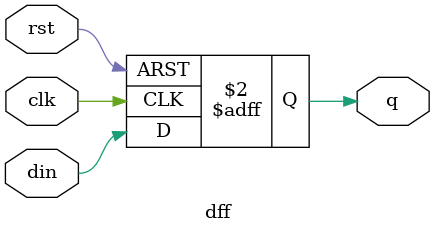
<source format=v>
module dff(input clk,rst,din,output reg q);
  always@(posedge clk or posedge rst)begin
    if(rst)begin
      q<=0;
    end
    else 
      q<=din;
  end
endmodule 

</source>
